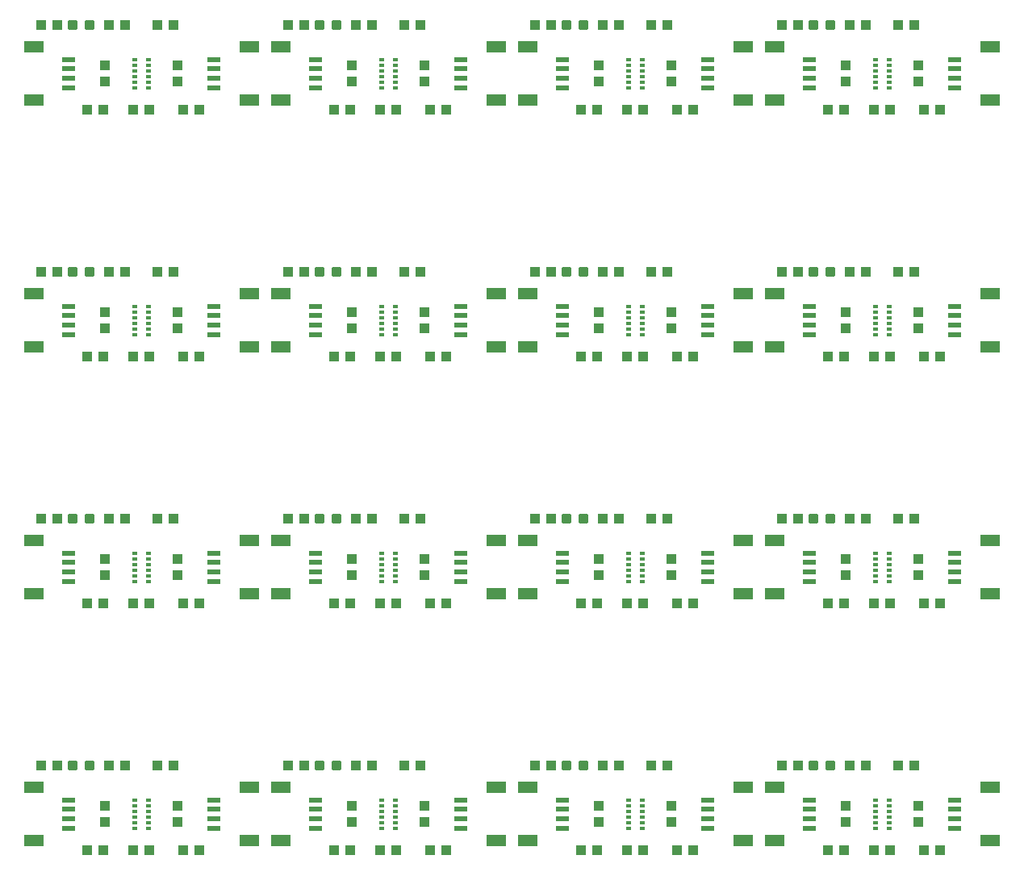
<source format=gtp>
G04 EAGLE Gerber RS-274X export*
G75*
%MOMM*%
%FSLAX34Y34*%
%LPD*%
%INSolderpaste Top*%
%IPPOS*%
%AMOC8*
5,1,8,0,0,1.08239X$1,22.5*%
G01*
%ADD10R,1.100000X1.000000*%
%ADD11R,0.575000X0.350000*%
%ADD12C,0.300000*%
%ADD13R,2.000000X1.200000*%
%ADD14R,1.350000X0.600000*%
%ADD15R,1.000000X1.100000*%


D10*
X143900Y177800D03*
X160900Y177800D03*
X110100Y177800D03*
X93100Y177800D03*
X87240Y88900D03*
X70240Y88900D03*
X38980Y177800D03*
X21980Y177800D03*
D11*
X134375Y112000D03*
X134375Y118000D03*
X134375Y124000D03*
X134375Y130000D03*
X134375Y136000D03*
X134375Y142000D03*
X119625Y142000D03*
X119625Y136000D03*
X119625Y130000D03*
X119625Y124000D03*
X119625Y118000D03*
X119625Y112000D03*
D12*
X68770Y174300D02*
X68770Y181300D01*
X75770Y181300D01*
X75770Y174300D01*
X68770Y174300D01*
X68770Y177150D02*
X75770Y177150D01*
X75770Y180000D02*
X68770Y180000D01*
X51230Y181300D02*
X51230Y174300D01*
X51230Y181300D02*
X58230Y181300D01*
X58230Y174300D01*
X51230Y174300D01*
X51230Y177150D02*
X58230Y177150D01*
X58230Y180000D02*
X51230Y180000D01*
D13*
X14050Y155000D03*
X14050Y99000D03*
D14*
X50800Y142000D03*
X50800Y132000D03*
X50800Y122000D03*
X50800Y112000D03*
D13*
X239950Y99000D03*
X239950Y155000D03*
D14*
X203200Y112000D03*
X203200Y122000D03*
X203200Y132000D03*
X203200Y142000D03*
D15*
X165100Y118500D03*
X165100Y135500D03*
X88900Y135500D03*
X88900Y118500D03*
D10*
X118500Y88900D03*
X135500Y88900D03*
X187570Y88900D03*
X170570Y88900D03*
X402980Y177800D03*
X419980Y177800D03*
X369180Y177800D03*
X352180Y177800D03*
X346320Y88900D03*
X329320Y88900D03*
X298060Y177800D03*
X281060Y177800D03*
D11*
X393455Y112000D03*
X393455Y118000D03*
X393455Y124000D03*
X393455Y130000D03*
X393455Y136000D03*
X393455Y142000D03*
X378705Y142000D03*
X378705Y136000D03*
X378705Y130000D03*
X378705Y124000D03*
X378705Y118000D03*
X378705Y112000D03*
D12*
X327850Y174300D02*
X327850Y181300D01*
X334850Y181300D01*
X334850Y174300D01*
X327850Y174300D01*
X327850Y177150D02*
X334850Y177150D01*
X334850Y180000D02*
X327850Y180000D01*
X310310Y181300D02*
X310310Y174300D01*
X310310Y181300D02*
X317310Y181300D01*
X317310Y174300D01*
X310310Y174300D01*
X310310Y177150D02*
X317310Y177150D01*
X317310Y180000D02*
X310310Y180000D01*
D13*
X273130Y155000D03*
X273130Y99000D03*
D14*
X309880Y142000D03*
X309880Y132000D03*
X309880Y122000D03*
X309880Y112000D03*
D13*
X499030Y99000D03*
X499030Y155000D03*
D14*
X462280Y112000D03*
X462280Y122000D03*
X462280Y132000D03*
X462280Y142000D03*
D15*
X424180Y118500D03*
X424180Y135500D03*
X347980Y135500D03*
X347980Y118500D03*
D10*
X377580Y88900D03*
X394580Y88900D03*
X446650Y88900D03*
X429650Y88900D03*
X662060Y177800D03*
X679060Y177800D03*
X628260Y177800D03*
X611260Y177800D03*
X605400Y88900D03*
X588400Y88900D03*
X557140Y177800D03*
X540140Y177800D03*
D11*
X652535Y112000D03*
X652535Y118000D03*
X652535Y124000D03*
X652535Y130000D03*
X652535Y136000D03*
X652535Y142000D03*
X637785Y142000D03*
X637785Y136000D03*
X637785Y130000D03*
X637785Y124000D03*
X637785Y118000D03*
X637785Y112000D03*
D12*
X586930Y174300D02*
X586930Y181300D01*
X593930Y181300D01*
X593930Y174300D01*
X586930Y174300D01*
X586930Y177150D02*
X593930Y177150D01*
X593930Y180000D02*
X586930Y180000D01*
X569390Y181300D02*
X569390Y174300D01*
X569390Y181300D02*
X576390Y181300D01*
X576390Y174300D01*
X569390Y174300D01*
X569390Y177150D02*
X576390Y177150D01*
X576390Y180000D02*
X569390Y180000D01*
D13*
X532210Y155000D03*
X532210Y99000D03*
D14*
X568960Y142000D03*
X568960Y132000D03*
X568960Y122000D03*
X568960Y112000D03*
D13*
X758110Y99000D03*
X758110Y155000D03*
D14*
X721360Y112000D03*
X721360Y122000D03*
X721360Y132000D03*
X721360Y142000D03*
D15*
X683260Y118500D03*
X683260Y135500D03*
X607060Y135500D03*
X607060Y118500D03*
D10*
X636660Y88900D03*
X653660Y88900D03*
X705730Y88900D03*
X688730Y88900D03*
X921140Y177800D03*
X938140Y177800D03*
X887340Y177800D03*
X870340Y177800D03*
X864480Y88900D03*
X847480Y88900D03*
X816220Y177800D03*
X799220Y177800D03*
D11*
X911615Y112000D03*
X911615Y118000D03*
X911615Y124000D03*
X911615Y130000D03*
X911615Y136000D03*
X911615Y142000D03*
X896865Y142000D03*
X896865Y136000D03*
X896865Y130000D03*
X896865Y124000D03*
X896865Y118000D03*
X896865Y112000D03*
D12*
X846010Y174300D02*
X846010Y181300D01*
X853010Y181300D01*
X853010Y174300D01*
X846010Y174300D01*
X846010Y177150D02*
X853010Y177150D01*
X853010Y180000D02*
X846010Y180000D01*
X828470Y181300D02*
X828470Y174300D01*
X828470Y181300D02*
X835470Y181300D01*
X835470Y174300D01*
X828470Y174300D01*
X828470Y177150D02*
X835470Y177150D01*
X835470Y180000D02*
X828470Y180000D01*
D13*
X791290Y155000D03*
X791290Y99000D03*
D14*
X828040Y142000D03*
X828040Y132000D03*
X828040Y122000D03*
X828040Y112000D03*
D13*
X1017190Y99000D03*
X1017190Y155000D03*
D14*
X980440Y112000D03*
X980440Y122000D03*
X980440Y132000D03*
X980440Y142000D03*
D15*
X942340Y118500D03*
X942340Y135500D03*
X866140Y135500D03*
X866140Y118500D03*
D10*
X895740Y88900D03*
X912740Y88900D03*
X964810Y88900D03*
X947810Y88900D03*
X143900Y436880D03*
X160900Y436880D03*
X110100Y436880D03*
X93100Y436880D03*
X87240Y347980D03*
X70240Y347980D03*
X38980Y436880D03*
X21980Y436880D03*
D11*
X134375Y371080D03*
X134375Y377080D03*
X134375Y383080D03*
X134375Y389080D03*
X134375Y395080D03*
X134375Y401080D03*
X119625Y401080D03*
X119625Y395080D03*
X119625Y389080D03*
X119625Y383080D03*
X119625Y377080D03*
X119625Y371080D03*
D12*
X68770Y433380D02*
X68770Y440380D01*
X75770Y440380D01*
X75770Y433380D01*
X68770Y433380D01*
X68770Y436230D02*
X75770Y436230D01*
X75770Y439080D02*
X68770Y439080D01*
X51230Y440380D02*
X51230Y433380D01*
X51230Y440380D02*
X58230Y440380D01*
X58230Y433380D01*
X51230Y433380D01*
X51230Y436230D02*
X58230Y436230D01*
X58230Y439080D02*
X51230Y439080D01*
D13*
X14050Y414080D03*
X14050Y358080D03*
D14*
X50800Y401080D03*
X50800Y391080D03*
X50800Y381080D03*
X50800Y371080D03*
D13*
X239950Y358080D03*
X239950Y414080D03*
D14*
X203200Y371080D03*
X203200Y381080D03*
X203200Y391080D03*
X203200Y401080D03*
D15*
X165100Y377580D03*
X165100Y394580D03*
X88900Y394580D03*
X88900Y377580D03*
D10*
X118500Y347980D03*
X135500Y347980D03*
X187570Y347980D03*
X170570Y347980D03*
X402980Y436880D03*
X419980Y436880D03*
X369180Y436880D03*
X352180Y436880D03*
X346320Y347980D03*
X329320Y347980D03*
X298060Y436880D03*
X281060Y436880D03*
D11*
X393455Y371080D03*
X393455Y377080D03*
X393455Y383080D03*
X393455Y389080D03*
X393455Y395080D03*
X393455Y401080D03*
X378705Y401080D03*
X378705Y395080D03*
X378705Y389080D03*
X378705Y383080D03*
X378705Y377080D03*
X378705Y371080D03*
D12*
X327850Y433380D02*
X327850Y440380D01*
X334850Y440380D01*
X334850Y433380D01*
X327850Y433380D01*
X327850Y436230D02*
X334850Y436230D01*
X334850Y439080D02*
X327850Y439080D01*
X310310Y440380D02*
X310310Y433380D01*
X310310Y440380D02*
X317310Y440380D01*
X317310Y433380D01*
X310310Y433380D01*
X310310Y436230D02*
X317310Y436230D01*
X317310Y439080D02*
X310310Y439080D01*
D13*
X273130Y414080D03*
X273130Y358080D03*
D14*
X309880Y401080D03*
X309880Y391080D03*
X309880Y381080D03*
X309880Y371080D03*
D13*
X499030Y358080D03*
X499030Y414080D03*
D14*
X462280Y371080D03*
X462280Y381080D03*
X462280Y391080D03*
X462280Y401080D03*
D15*
X424180Y377580D03*
X424180Y394580D03*
X347980Y394580D03*
X347980Y377580D03*
D10*
X377580Y347980D03*
X394580Y347980D03*
X446650Y347980D03*
X429650Y347980D03*
X662060Y436880D03*
X679060Y436880D03*
X628260Y436880D03*
X611260Y436880D03*
X605400Y347980D03*
X588400Y347980D03*
X557140Y436880D03*
X540140Y436880D03*
D11*
X652535Y371080D03*
X652535Y377080D03*
X652535Y383080D03*
X652535Y389080D03*
X652535Y395080D03*
X652535Y401080D03*
X637785Y401080D03*
X637785Y395080D03*
X637785Y389080D03*
X637785Y383080D03*
X637785Y377080D03*
X637785Y371080D03*
D12*
X586930Y433380D02*
X586930Y440380D01*
X593930Y440380D01*
X593930Y433380D01*
X586930Y433380D01*
X586930Y436230D02*
X593930Y436230D01*
X593930Y439080D02*
X586930Y439080D01*
X569390Y440380D02*
X569390Y433380D01*
X569390Y440380D02*
X576390Y440380D01*
X576390Y433380D01*
X569390Y433380D01*
X569390Y436230D02*
X576390Y436230D01*
X576390Y439080D02*
X569390Y439080D01*
D13*
X532210Y414080D03*
X532210Y358080D03*
D14*
X568960Y401080D03*
X568960Y391080D03*
X568960Y381080D03*
X568960Y371080D03*
D13*
X758110Y358080D03*
X758110Y414080D03*
D14*
X721360Y371080D03*
X721360Y381080D03*
X721360Y391080D03*
X721360Y401080D03*
D15*
X683260Y377580D03*
X683260Y394580D03*
X607060Y394580D03*
X607060Y377580D03*
D10*
X636660Y347980D03*
X653660Y347980D03*
X705730Y347980D03*
X688730Y347980D03*
X921140Y436880D03*
X938140Y436880D03*
X887340Y436880D03*
X870340Y436880D03*
X864480Y347980D03*
X847480Y347980D03*
X816220Y436880D03*
X799220Y436880D03*
D11*
X911615Y371080D03*
X911615Y377080D03*
X911615Y383080D03*
X911615Y389080D03*
X911615Y395080D03*
X911615Y401080D03*
X896865Y401080D03*
X896865Y395080D03*
X896865Y389080D03*
X896865Y383080D03*
X896865Y377080D03*
X896865Y371080D03*
D12*
X846010Y433380D02*
X846010Y440380D01*
X853010Y440380D01*
X853010Y433380D01*
X846010Y433380D01*
X846010Y436230D02*
X853010Y436230D01*
X853010Y439080D02*
X846010Y439080D01*
X828470Y440380D02*
X828470Y433380D01*
X828470Y440380D02*
X835470Y440380D01*
X835470Y433380D01*
X828470Y433380D01*
X828470Y436230D02*
X835470Y436230D01*
X835470Y439080D02*
X828470Y439080D01*
D13*
X791290Y414080D03*
X791290Y358080D03*
D14*
X828040Y401080D03*
X828040Y391080D03*
X828040Y381080D03*
X828040Y371080D03*
D13*
X1017190Y358080D03*
X1017190Y414080D03*
D14*
X980440Y371080D03*
X980440Y381080D03*
X980440Y391080D03*
X980440Y401080D03*
D15*
X942340Y377580D03*
X942340Y394580D03*
X866140Y394580D03*
X866140Y377580D03*
D10*
X895740Y347980D03*
X912740Y347980D03*
X964810Y347980D03*
X947810Y347980D03*
X143900Y695960D03*
X160900Y695960D03*
X110100Y695960D03*
X93100Y695960D03*
X87240Y607060D03*
X70240Y607060D03*
X38980Y695960D03*
X21980Y695960D03*
D11*
X134375Y630160D03*
X134375Y636160D03*
X134375Y642160D03*
X134375Y648160D03*
X134375Y654160D03*
X134375Y660160D03*
X119625Y660160D03*
X119625Y654160D03*
X119625Y648160D03*
X119625Y642160D03*
X119625Y636160D03*
X119625Y630160D03*
D12*
X68770Y692460D02*
X68770Y699460D01*
X75770Y699460D01*
X75770Y692460D01*
X68770Y692460D01*
X68770Y695310D02*
X75770Y695310D01*
X75770Y698160D02*
X68770Y698160D01*
X51230Y699460D02*
X51230Y692460D01*
X51230Y699460D02*
X58230Y699460D01*
X58230Y692460D01*
X51230Y692460D01*
X51230Y695310D02*
X58230Y695310D01*
X58230Y698160D02*
X51230Y698160D01*
D13*
X14050Y673160D03*
X14050Y617160D03*
D14*
X50800Y660160D03*
X50800Y650160D03*
X50800Y640160D03*
X50800Y630160D03*
D13*
X239950Y617160D03*
X239950Y673160D03*
D14*
X203200Y630160D03*
X203200Y640160D03*
X203200Y650160D03*
X203200Y660160D03*
D15*
X165100Y636660D03*
X165100Y653660D03*
X88900Y653660D03*
X88900Y636660D03*
D10*
X118500Y607060D03*
X135500Y607060D03*
X187570Y607060D03*
X170570Y607060D03*
X402980Y695960D03*
X419980Y695960D03*
X369180Y695960D03*
X352180Y695960D03*
X346320Y607060D03*
X329320Y607060D03*
X298060Y695960D03*
X281060Y695960D03*
D11*
X393455Y630160D03*
X393455Y636160D03*
X393455Y642160D03*
X393455Y648160D03*
X393455Y654160D03*
X393455Y660160D03*
X378705Y660160D03*
X378705Y654160D03*
X378705Y648160D03*
X378705Y642160D03*
X378705Y636160D03*
X378705Y630160D03*
D12*
X327850Y692460D02*
X327850Y699460D01*
X334850Y699460D01*
X334850Y692460D01*
X327850Y692460D01*
X327850Y695310D02*
X334850Y695310D01*
X334850Y698160D02*
X327850Y698160D01*
X310310Y699460D02*
X310310Y692460D01*
X310310Y699460D02*
X317310Y699460D01*
X317310Y692460D01*
X310310Y692460D01*
X310310Y695310D02*
X317310Y695310D01*
X317310Y698160D02*
X310310Y698160D01*
D13*
X273130Y673160D03*
X273130Y617160D03*
D14*
X309880Y660160D03*
X309880Y650160D03*
X309880Y640160D03*
X309880Y630160D03*
D13*
X499030Y617160D03*
X499030Y673160D03*
D14*
X462280Y630160D03*
X462280Y640160D03*
X462280Y650160D03*
X462280Y660160D03*
D15*
X424180Y636660D03*
X424180Y653660D03*
X347980Y653660D03*
X347980Y636660D03*
D10*
X377580Y607060D03*
X394580Y607060D03*
X446650Y607060D03*
X429650Y607060D03*
X662060Y695960D03*
X679060Y695960D03*
X628260Y695960D03*
X611260Y695960D03*
X605400Y607060D03*
X588400Y607060D03*
X557140Y695960D03*
X540140Y695960D03*
D11*
X652535Y630160D03*
X652535Y636160D03*
X652535Y642160D03*
X652535Y648160D03*
X652535Y654160D03*
X652535Y660160D03*
X637785Y660160D03*
X637785Y654160D03*
X637785Y648160D03*
X637785Y642160D03*
X637785Y636160D03*
X637785Y630160D03*
D12*
X586930Y692460D02*
X586930Y699460D01*
X593930Y699460D01*
X593930Y692460D01*
X586930Y692460D01*
X586930Y695310D02*
X593930Y695310D01*
X593930Y698160D02*
X586930Y698160D01*
X569390Y699460D02*
X569390Y692460D01*
X569390Y699460D02*
X576390Y699460D01*
X576390Y692460D01*
X569390Y692460D01*
X569390Y695310D02*
X576390Y695310D01*
X576390Y698160D02*
X569390Y698160D01*
D13*
X532210Y673160D03*
X532210Y617160D03*
D14*
X568960Y660160D03*
X568960Y650160D03*
X568960Y640160D03*
X568960Y630160D03*
D13*
X758110Y617160D03*
X758110Y673160D03*
D14*
X721360Y630160D03*
X721360Y640160D03*
X721360Y650160D03*
X721360Y660160D03*
D15*
X683260Y636660D03*
X683260Y653660D03*
X607060Y653660D03*
X607060Y636660D03*
D10*
X636660Y607060D03*
X653660Y607060D03*
X705730Y607060D03*
X688730Y607060D03*
X921140Y695960D03*
X938140Y695960D03*
X887340Y695960D03*
X870340Y695960D03*
X864480Y607060D03*
X847480Y607060D03*
X816220Y695960D03*
X799220Y695960D03*
D11*
X911615Y630160D03*
X911615Y636160D03*
X911615Y642160D03*
X911615Y648160D03*
X911615Y654160D03*
X911615Y660160D03*
X896865Y660160D03*
X896865Y654160D03*
X896865Y648160D03*
X896865Y642160D03*
X896865Y636160D03*
X896865Y630160D03*
D12*
X846010Y692460D02*
X846010Y699460D01*
X853010Y699460D01*
X853010Y692460D01*
X846010Y692460D01*
X846010Y695310D02*
X853010Y695310D01*
X853010Y698160D02*
X846010Y698160D01*
X828470Y699460D02*
X828470Y692460D01*
X828470Y699460D02*
X835470Y699460D01*
X835470Y692460D01*
X828470Y692460D01*
X828470Y695310D02*
X835470Y695310D01*
X835470Y698160D02*
X828470Y698160D01*
D13*
X791290Y673160D03*
X791290Y617160D03*
D14*
X828040Y660160D03*
X828040Y650160D03*
X828040Y640160D03*
X828040Y630160D03*
D13*
X1017190Y617160D03*
X1017190Y673160D03*
D14*
X980440Y630160D03*
X980440Y640160D03*
X980440Y650160D03*
X980440Y660160D03*
D15*
X942340Y636660D03*
X942340Y653660D03*
X866140Y653660D03*
X866140Y636660D03*
D10*
X895740Y607060D03*
X912740Y607060D03*
X964810Y607060D03*
X947810Y607060D03*
X143900Y955040D03*
X160900Y955040D03*
X110100Y955040D03*
X93100Y955040D03*
X87240Y866140D03*
X70240Y866140D03*
X38980Y955040D03*
X21980Y955040D03*
D11*
X134375Y889240D03*
X134375Y895240D03*
X134375Y901240D03*
X134375Y907240D03*
X134375Y913240D03*
X134375Y919240D03*
X119625Y919240D03*
X119625Y913240D03*
X119625Y907240D03*
X119625Y901240D03*
X119625Y895240D03*
X119625Y889240D03*
D12*
X68770Y951540D02*
X68770Y958540D01*
X75770Y958540D01*
X75770Y951540D01*
X68770Y951540D01*
X68770Y954390D02*
X75770Y954390D01*
X75770Y957240D02*
X68770Y957240D01*
X51230Y958540D02*
X51230Y951540D01*
X51230Y958540D02*
X58230Y958540D01*
X58230Y951540D01*
X51230Y951540D01*
X51230Y954390D02*
X58230Y954390D01*
X58230Y957240D02*
X51230Y957240D01*
D13*
X14050Y932240D03*
X14050Y876240D03*
D14*
X50800Y919240D03*
X50800Y909240D03*
X50800Y899240D03*
X50800Y889240D03*
D13*
X239950Y876240D03*
X239950Y932240D03*
D14*
X203200Y889240D03*
X203200Y899240D03*
X203200Y909240D03*
X203200Y919240D03*
D15*
X165100Y895740D03*
X165100Y912740D03*
X88900Y912740D03*
X88900Y895740D03*
D10*
X118500Y866140D03*
X135500Y866140D03*
X187570Y866140D03*
X170570Y866140D03*
X402980Y955040D03*
X419980Y955040D03*
X369180Y955040D03*
X352180Y955040D03*
X346320Y866140D03*
X329320Y866140D03*
X298060Y955040D03*
X281060Y955040D03*
D11*
X393455Y889240D03*
X393455Y895240D03*
X393455Y901240D03*
X393455Y907240D03*
X393455Y913240D03*
X393455Y919240D03*
X378705Y919240D03*
X378705Y913240D03*
X378705Y907240D03*
X378705Y901240D03*
X378705Y895240D03*
X378705Y889240D03*
D12*
X327850Y951540D02*
X327850Y958540D01*
X334850Y958540D01*
X334850Y951540D01*
X327850Y951540D01*
X327850Y954390D02*
X334850Y954390D01*
X334850Y957240D02*
X327850Y957240D01*
X310310Y958540D02*
X310310Y951540D01*
X310310Y958540D02*
X317310Y958540D01*
X317310Y951540D01*
X310310Y951540D01*
X310310Y954390D02*
X317310Y954390D01*
X317310Y957240D02*
X310310Y957240D01*
D13*
X273130Y932240D03*
X273130Y876240D03*
D14*
X309880Y919240D03*
X309880Y909240D03*
X309880Y899240D03*
X309880Y889240D03*
D13*
X499030Y876240D03*
X499030Y932240D03*
D14*
X462280Y889240D03*
X462280Y899240D03*
X462280Y909240D03*
X462280Y919240D03*
D15*
X424180Y895740D03*
X424180Y912740D03*
X347980Y912740D03*
X347980Y895740D03*
D10*
X377580Y866140D03*
X394580Y866140D03*
X446650Y866140D03*
X429650Y866140D03*
X662060Y955040D03*
X679060Y955040D03*
X628260Y955040D03*
X611260Y955040D03*
X605400Y866140D03*
X588400Y866140D03*
X557140Y955040D03*
X540140Y955040D03*
D11*
X652535Y889240D03*
X652535Y895240D03*
X652535Y901240D03*
X652535Y907240D03*
X652535Y913240D03*
X652535Y919240D03*
X637785Y919240D03*
X637785Y913240D03*
X637785Y907240D03*
X637785Y901240D03*
X637785Y895240D03*
X637785Y889240D03*
D12*
X586930Y951540D02*
X586930Y958540D01*
X593930Y958540D01*
X593930Y951540D01*
X586930Y951540D01*
X586930Y954390D02*
X593930Y954390D01*
X593930Y957240D02*
X586930Y957240D01*
X569390Y958540D02*
X569390Y951540D01*
X569390Y958540D02*
X576390Y958540D01*
X576390Y951540D01*
X569390Y951540D01*
X569390Y954390D02*
X576390Y954390D01*
X576390Y957240D02*
X569390Y957240D01*
D13*
X532210Y932240D03*
X532210Y876240D03*
D14*
X568960Y919240D03*
X568960Y909240D03*
X568960Y899240D03*
X568960Y889240D03*
D13*
X758110Y876240D03*
X758110Y932240D03*
D14*
X721360Y889240D03*
X721360Y899240D03*
X721360Y909240D03*
X721360Y919240D03*
D15*
X683260Y895740D03*
X683260Y912740D03*
X607060Y912740D03*
X607060Y895740D03*
D10*
X636660Y866140D03*
X653660Y866140D03*
X705730Y866140D03*
X688730Y866140D03*
X921140Y955040D03*
X938140Y955040D03*
X887340Y955040D03*
X870340Y955040D03*
X864480Y866140D03*
X847480Y866140D03*
X816220Y955040D03*
X799220Y955040D03*
D11*
X911615Y889240D03*
X911615Y895240D03*
X911615Y901240D03*
X911615Y907240D03*
X911615Y913240D03*
X911615Y919240D03*
X896865Y919240D03*
X896865Y913240D03*
X896865Y907240D03*
X896865Y901240D03*
X896865Y895240D03*
X896865Y889240D03*
D12*
X846010Y951540D02*
X846010Y958540D01*
X853010Y958540D01*
X853010Y951540D01*
X846010Y951540D01*
X846010Y954390D02*
X853010Y954390D01*
X853010Y957240D02*
X846010Y957240D01*
X828470Y958540D02*
X828470Y951540D01*
X828470Y958540D02*
X835470Y958540D01*
X835470Y951540D01*
X828470Y951540D01*
X828470Y954390D02*
X835470Y954390D01*
X835470Y957240D02*
X828470Y957240D01*
D13*
X791290Y932240D03*
X791290Y876240D03*
D14*
X828040Y919240D03*
X828040Y909240D03*
X828040Y899240D03*
X828040Y889240D03*
D13*
X1017190Y876240D03*
X1017190Y932240D03*
D14*
X980440Y889240D03*
X980440Y899240D03*
X980440Y909240D03*
X980440Y919240D03*
D15*
X942340Y895740D03*
X942340Y912740D03*
X866140Y912740D03*
X866140Y895740D03*
D10*
X895740Y866140D03*
X912740Y866140D03*
X964810Y866140D03*
X947810Y866140D03*
M02*

</source>
